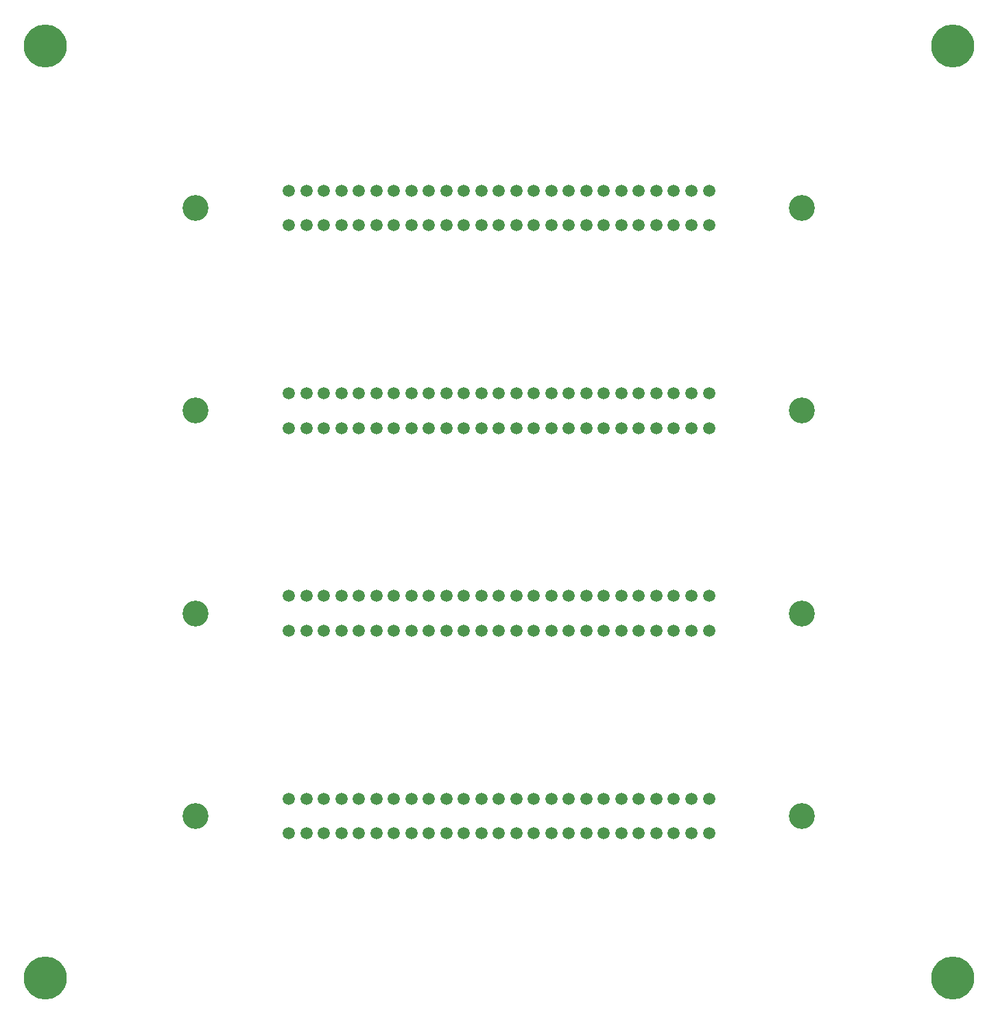
<source format=gts>
G04 #@! TF.GenerationSoftware,KiCad,Pcbnew,(5.1.10-1-10_14)*
G04 #@! TF.CreationDate,2022-03-30T11:00:48+01:00*
G04 #@! TF.ProjectId,RJ21_DSLAM_ADAPTER,524a3231-5f44-4534-9c41-4d5f41444150,rev?*
G04 #@! TF.SameCoordinates,Original*
G04 #@! TF.FileFunction,Soldermask,Top*
G04 #@! TF.FilePolarity,Negative*
%FSLAX46Y46*%
G04 Gerber Fmt 4.6, Leading zero omitted, Abs format (unit mm)*
G04 Created by KiCad (PCBNEW (5.1.10-1-10_14)) date 2022-03-30 11:00:48*
%MOMM*%
%LPD*%
G01*
G04 APERTURE LIST*
%ADD10C,5.300000*%
%ADD11C,3.200000*%
%ADD12C,1.500000*%
G04 APERTURE END LIST*
D10*
X157200000Y-48000000D03*
X157200000Y-163000000D03*
X45200000Y-163000000D03*
X45200000Y-48000000D03*
D11*
X63775000Y-68000000D03*
X138625000Y-68000000D03*
D12*
X75280000Y-65855000D03*
X77440000Y-65855000D03*
X79600000Y-65855000D03*
X81760000Y-65855000D03*
X83920000Y-65855000D03*
X86080000Y-65855000D03*
X88240000Y-65855000D03*
X90400000Y-65855000D03*
X92560000Y-65855000D03*
X94720000Y-65855000D03*
X96880000Y-65855000D03*
X99040000Y-65855000D03*
X101200000Y-65855000D03*
X103360000Y-65855000D03*
X105520000Y-65855000D03*
X107680000Y-65855000D03*
X109840000Y-65855000D03*
X112000000Y-65855000D03*
X114160000Y-65855000D03*
X116320000Y-65855000D03*
X118480000Y-65855000D03*
X120640000Y-65855000D03*
X122800000Y-65855000D03*
X124960000Y-65855000D03*
X127120000Y-65855000D03*
X75280000Y-70145000D03*
X77440000Y-70145000D03*
X79600000Y-70145000D03*
X81760000Y-70145000D03*
X83920000Y-70145000D03*
X86080000Y-70145000D03*
X88240000Y-70145000D03*
X90400000Y-70145000D03*
X92560000Y-70145000D03*
X94720000Y-70145000D03*
X96880000Y-70145000D03*
X99040000Y-70145000D03*
X101200000Y-70145000D03*
X103360000Y-70145000D03*
X105520000Y-70145000D03*
X107680000Y-70145000D03*
X109840000Y-70145000D03*
X112000000Y-70145000D03*
X114160000Y-70145000D03*
X116320000Y-70145000D03*
X118480000Y-70145000D03*
X120640000Y-70145000D03*
X122800000Y-70145000D03*
X124960000Y-70145000D03*
X127120000Y-70145000D03*
X127120000Y-95145000D03*
X124960000Y-95145000D03*
X122800000Y-95145000D03*
X120640000Y-95145000D03*
X118480000Y-95145000D03*
X116320000Y-95145000D03*
X114160000Y-95145000D03*
X112000000Y-95145000D03*
X109840000Y-95145000D03*
X107680000Y-95145000D03*
X105520000Y-95145000D03*
X103360000Y-95145000D03*
X101200000Y-95145000D03*
X99040000Y-95145000D03*
X96880000Y-95145000D03*
X94720000Y-95145000D03*
X92560000Y-95145000D03*
X90400000Y-95145000D03*
X88240000Y-95145000D03*
X86080000Y-95145000D03*
X83920000Y-95145000D03*
X81760000Y-95145000D03*
X79600000Y-95145000D03*
X77440000Y-95145000D03*
X75280000Y-95145000D03*
X127120000Y-90855000D03*
X124960000Y-90855000D03*
X122800000Y-90855000D03*
X120640000Y-90855000D03*
X118480000Y-90855000D03*
X116320000Y-90855000D03*
X114160000Y-90855000D03*
X112000000Y-90855000D03*
X109840000Y-90855000D03*
X107680000Y-90855000D03*
X105520000Y-90855000D03*
X103360000Y-90855000D03*
X101200000Y-90855000D03*
X99040000Y-90855000D03*
X96880000Y-90855000D03*
X94720000Y-90855000D03*
X92560000Y-90855000D03*
X90400000Y-90855000D03*
X88240000Y-90855000D03*
X86080000Y-90855000D03*
X83920000Y-90855000D03*
X81760000Y-90855000D03*
X79600000Y-90855000D03*
X77440000Y-90855000D03*
X75280000Y-90855000D03*
D11*
X138625000Y-93000000D03*
X63775000Y-93000000D03*
X63775000Y-118000000D03*
X138625000Y-118000000D03*
D12*
X75280000Y-115855000D03*
X77440000Y-115855000D03*
X79600000Y-115855000D03*
X81760000Y-115855000D03*
X83920000Y-115855000D03*
X86080000Y-115855000D03*
X88240000Y-115855000D03*
X90400000Y-115855000D03*
X92560000Y-115855000D03*
X94720000Y-115855000D03*
X96880000Y-115855000D03*
X99040000Y-115855000D03*
X101200000Y-115855000D03*
X103360000Y-115855000D03*
X105520000Y-115855000D03*
X107680000Y-115855000D03*
X109840000Y-115855000D03*
X112000000Y-115855000D03*
X114160000Y-115855000D03*
X116320000Y-115855000D03*
X118480000Y-115855000D03*
X120640000Y-115855000D03*
X122800000Y-115855000D03*
X124960000Y-115855000D03*
X127120000Y-115855000D03*
X75280000Y-120145000D03*
X77440000Y-120145000D03*
X79600000Y-120145000D03*
X81760000Y-120145000D03*
X83920000Y-120145000D03*
X86080000Y-120145000D03*
X88240000Y-120145000D03*
X90400000Y-120145000D03*
X92560000Y-120145000D03*
X94720000Y-120145000D03*
X96880000Y-120145000D03*
X99040000Y-120145000D03*
X101200000Y-120145000D03*
X103360000Y-120145000D03*
X105520000Y-120145000D03*
X107680000Y-120145000D03*
X109840000Y-120145000D03*
X112000000Y-120145000D03*
X114160000Y-120145000D03*
X116320000Y-120145000D03*
X118480000Y-120145000D03*
X120640000Y-120145000D03*
X122800000Y-120145000D03*
X124960000Y-120145000D03*
X127120000Y-120145000D03*
X127120000Y-145145000D03*
X124960000Y-145145000D03*
X122800000Y-145145000D03*
X120640000Y-145145000D03*
X118480000Y-145145000D03*
X116320000Y-145145000D03*
X114160000Y-145145000D03*
X112000000Y-145145000D03*
X109840000Y-145145000D03*
X107680000Y-145145000D03*
X105520000Y-145145000D03*
X103360000Y-145145000D03*
X101200000Y-145145000D03*
X99040000Y-145145000D03*
X96880000Y-145145000D03*
X94720000Y-145145000D03*
X92560000Y-145145000D03*
X90400000Y-145145000D03*
X88240000Y-145145000D03*
X86080000Y-145145000D03*
X83920000Y-145145000D03*
X81760000Y-145145000D03*
X79600000Y-145145000D03*
X77440000Y-145145000D03*
X75280000Y-145145000D03*
X127120000Y-140855000D03*
X124960000Y-140855000D03*
X122800000Y-140855000D03*
X120640000Y-140855000D03*
X118480000Y-140855000D03*
X116320000Y-140855000D03*
X114160000Y-140855000D03*
X112000000Y-140855000D03*
X109840000Y-140855000D03*
X107680000Y-140855000D03*
X105520000Y-140855000D03*
X103360000Y-140855000D03*
X101200000Y-140855000D03*
X99040000Y-140855000D03*
X96880000Y-140855000D03*
X94720000Y-140855000D03*
X92560000Y-140855000D03*
X90400000Y-140855000D03*
X88240000Y-140855000D03*
X86080000Y-140855000D03*
X83920000Y-140855000D03*
X81760000Y-140855000D03*
X79600000Y-140855000D03*
X77440000Y-140855000D03*
X75280000Y-140855000D03*
D11*
X138625000Y-143000000D03*
X63775000Y-143000000D03*
M02*

</source>
